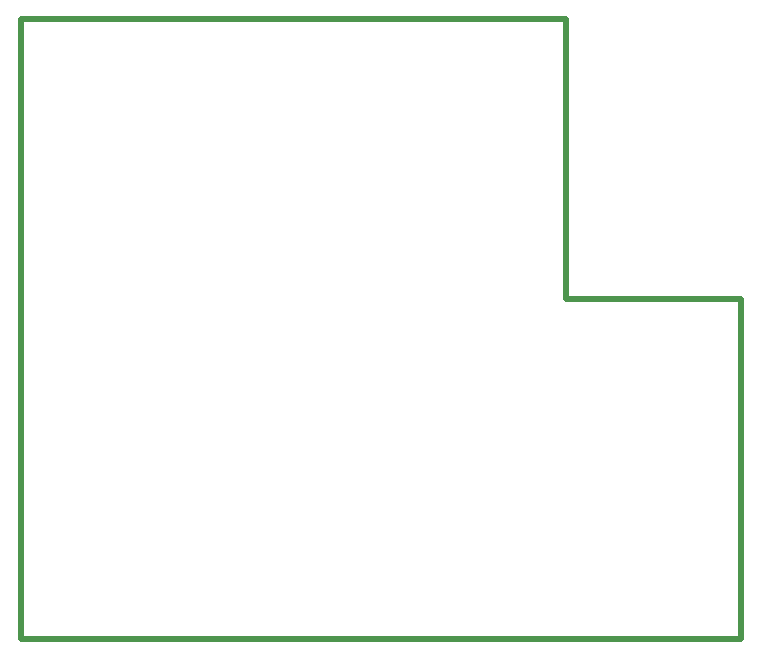
<source format=gko>
G04 Layer_Color=16711935*
%FSLAX25Y25*%
%MOIN*%
G70*
G01*
G75*
%ADD35C,0.02000*%
D35*
X0Y0D02*
Y206844D01*
X181500D01*
Y113600D02*
X240100D01*
Y0D02*
Y113600D01*
X0Y0D02*
X240100D01*
X181500Y113600D02*
Y206844D01*
M02*

</source>
